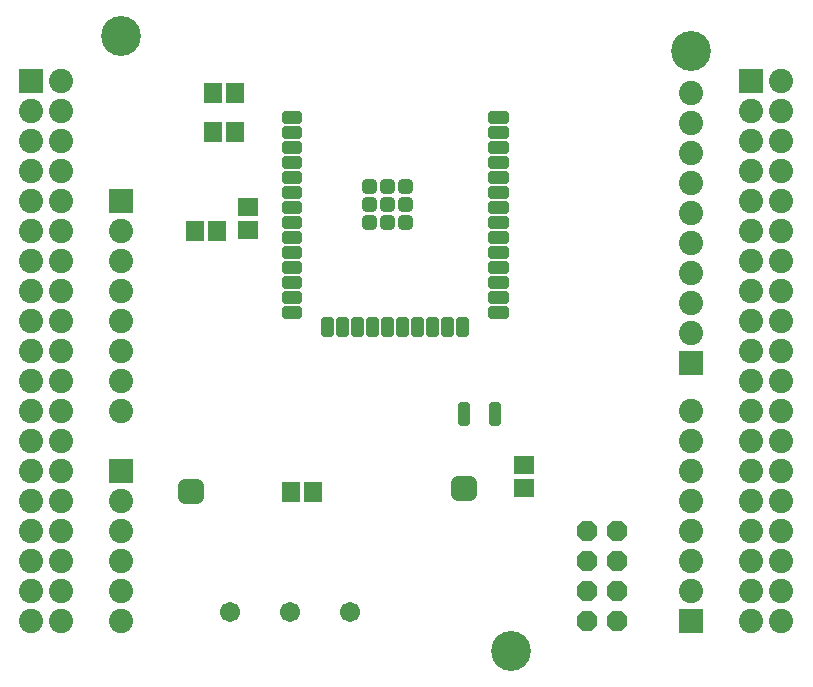
<source format=gts>
G04 EAGLE Gerber RS-274X export*
G75*
%MOMM*%
%FSLAX34Y34*%
%LPD*%
%INSoldermask Top*%
%IPPOS*%
%AMOC8*
5,1,8,0,0,1.08239X$1,22.5*%
G01*
%ADD10R,1.503200X1.703200*%
%ADD11P,1.869504X8X292.500000*%
%ADD12C,0.609600*%
%ADD13R,2.053200X2.053200*%
%ADD14C,2.053200*%
%ADD15C,3.378200*%
%ADD16R,1.703200X1.503200*%
%ADD17C,0.650888*%
%ADD18C,0.726853*%
%ADD19C,1.211759*%
%ADD20C,1.711200*%


D10*
X207620Y467360D03*
X188620Y467360D03*
X207620Y500380D03*
X188620Y500380D03*
X192380Y383540D03*
X173380Y383540D03*
X254660Y162560D03*
X273660Y162560D03*
D11*
X505460Y129540D03*
X530860Y129540D03*
X505460Y104140D03*
X530860Y104140D03*
X505460Y78740D03*
X530860Y78740D03*
X505460Y53340D03*
X530860Y53340D03*
D12*
X424942Y221615D02*
X424942Y235585D01*
X429006Y235585D01*
X429006Y221615D01*
X424942Y221615D01*
X424942Y227406D02*
X429006Y227406D01*
X429006Y233197D02*
X424942Y233197D01*
X399034Y235585D02*
X399034Y221615D01*
X399034Y235585D02*
X403098Y235585D01*
X403098Y221615D01*
X399034Y221615D01*
X399034Y227406D02*
X403098Y227406D01*
X403098Y233197D02*
X399034Y233197D01*
D13*
X111240Y180260D03*
D14*
X111240Y154860D03*
X111240Y129460D03*
X111240Y104060D03*
X111240Y78660D03*
X111240Y53260D03*
D13*
X111240Y408860D03*
D14*
X111240Y383460D03*
X111240Y358060D03*
X111240Y332660D03*
X111240Y307260D03*
X111240Y281860D03*
X111240Y256460D03*
X111240Y231060D03*
D13*
X35040Y510460D03*
D14*
X60440Y510460D03*
X35040Y485060D03*
X60440Y485060D03*
X35040Y459660D03*
X60440Y459660D03*
X35040Y434260D03*
X60440Y434260D03*
X35040Y408860D03*
X60440Y408860D03*
X35040Y383460D03*
X60440Y383460D03*
X35040Y358060D03*
X60440Y358060D03*
X35040Y332660D03*
X60440Y332660D03*
X35040Y307260D03*
X60440Y307260D03*
X35040Y281860D03*
X60440Y281860D03*
X35040Y256460D03*
X60440Y256460D03*
X35040Y231060D03*
X60440Y231060D03*
X35040Y205660D03*
X60440Y205660D03*
X35040Y180260D03*
X60440Y180260D03*
X35040Y154860D03*
X60440Y154860D03*
X35040Y129460D03*
X60440Y129460D03*
X35040Y104060D03*
X60440Y104060D03*
X35040Y78660D03*
X60440Y78660D03*
X35040Y53260D03*
X60440Y53260D03*
D13*
X593840Y271700D03*
D14*
X593840Y297100D03*
X593840Y322500D03*
X593840Y347900D03*
X593840Y373300D03*
X593840Y398700D03*
X593840Y424100D03*
X593840Y449500D03*
X593840Y474900D03*
X593840Y500300D03*
X593840Y104060D03*
X593840Y129460D03*
X593840Y154860D03*
X593840Y180260D03*
X593840Y205660D03*
X593840Y231060D03*
D13*
X593840Y53260D03*
D14*
X593840Y78660D03*
D13*
X644640Y510210D03*
D14*
X670040Y510210D03*
X644640Y484810D03*
X670040Y484810D03*
X644640Y459410D03*
X670040Y459410D03*
X644640Y434010D03*
X670040Y434010D03*
X644640Y408610D03*
X670040Y408610D03*
X644640Y383210D03*
X670040Y383210D03*
X644640Y357810D03*
X670040Y357810D03*
X644640Y332410D03*
X670040Y332410D03*
X644640Y307010D03*
X670040Y307010D03*
X644640Y281610D03*
X670040Y281610D03*
X644640Y256210D03*
X670040Y256210D03*
X644640Y230810D03*
X670040Y230810D03*
X644640Y205410D03*
X670040Y205410D03*
X644640Y180010D03*
X670040Y180010D03*
X644640Y154610D03*
X670040Y154610D03*
X644640Y129210D03*
X670040Y129210D03*
X644640Y103810D03*
X670040Y103810D03*
X644640Y78410D03*
X670040Y78410D03*
X644640Y53010D03*
X670040Y53010D03*
D15*
X593840Y535860D03*
X111240Y548560D03*
X441440Y27860D03*
D16*
X452120Y165760D03*
X452120Y184760D03*
X218440Y384200D03*
X218440Y403200D03*
D17*
X250138Y481582D02*
X260662Y481582D01*
X260662Y477058D01*
X250138Y477058D01*
X250138Y481582D01*
X250138Y468882D02*
X260662Y468882D01*
X260662Y464358D01*
X250138Y464358D01*
X250138Y468882D01*
X250138Y456182D02*
X260662Y456182D01*
X260662Y451658D01*
X250138Y451658D01*
X250138Y456182D01*
X250138Y443482D02*
X260662Y443482D01*
X260662Y438958D01*
X250138Y438958D01*
X250138Y443482D01*
X250138Y430782D02*
X260662Y430782D01*
X260662Y426258D01*
X250138Y426258D01*
X250138Y430782D01*
X250138Y418082D02*
X260662Y418082D01*
X260662Y413558D01*
X250138Y413558D01*
X250138Y418082D01*
X250138Y405382D02*
X260662Y405382D01*
X260662Y400858D01*
X250138Y400858D01*
X250138Y405382D01*
X250138Y392682D02*
X260662Y392682D01*
X260662Y388158D01*
X250138Y388158D01*
X250138Y392682D01*
X250138Y379982D02*
X260662Y379982D01*
X260662Y375458D01*
X250138Y375458D01*
X250138Y379982D01*
X250138Y367282D02*
X260662Y367282D01*
X260662Y362758D01*
X250138Y362758D01*
X250138Y367282D01*
X250138Y354582D02*
X260662Y354582D01*
X260662Y350058D01*
X250138Y350058D01*
X250138Y354582D01*
X250138Y341882D02*
X260662Y341882D01*
X260662Y337358D01*
X250138Y337358D01*
X250138Y341882D01*
X250138Y329182D02*
X260662Y329182D01*
X260662Y324658D01*
X250138Y324658D01*
X250138Y329182D01*
X250138Y316482D02*
X260662Y316482D01*
X260662Y311958D01*
X250138Y311958D01*
X250138Y316482D01*
X425138Y481582D02*
X435662Y481582D01*
X435662Y477058D01*
X425138Y477058D01*
X425138Y481582D01*
X425138Y468882D02*
X435662Y468882D01*
X435662Y464358D01*
X425138Y464358D01*
X425138Y468882D01*
X425138Y456182D02*
X435662Y456182D01*
X435662Y451658D01*
X425138Y451658D01*
X425138Y456182D01*
X425138Y443482D02*
X435662Y443482D01*
X435662Y438958D01*
X425138Y438958D01*
X425138Y443482D01*
X425138Y430782D02*
X435662Y430782D01*
X435662Y426258D01*
X425138Y426258D01*
X425138Y430782D01*
X425138Y418082D02*
X435662Y418082D01*
X435662Y413558D01*
X425138Y413558D01*
X425138Y418082D01*
X425138Y405382D02*
X435662Y405382D01*
X435662Y400858D01*
X425138Y400858D01*
X425138Y405382D01*
X425138Y392682D02*
X435662Y392682D01*
X435662Y388158D01*
X425138Y388158D01*
X425138Y392682D01*
X425138Y379982D02*
X435662Y379982D01*
X435662Y375458D01*
X425138Y375458D01*
X425138Y379982D01*
X425138Y367282D02*
X435662Y367282D01*
X435662Y362758D01*
X425138Y362758D01*
X425138Y367282D01*
X425138Y354582D02*
X435662Y354582D01*
X435662Y350058D01*
X425138Y350058D01*
X425138Y354582D01*
X425138Y341882D02*
X435662Y341882D01*
X435662Y337358D01*
X425138Y337358D01*
X425138Y341882D01*
X425138Y329182D02*
X435662Y329182D01*
X435662Y324658D01*
X425138Y324658D01*
X425138Y329182D01*
X425138Y316482D02*
X435662Y316482D01*
X435662Y311958D01*
X425138Y311958D01*
X425138Y316482D01*
D18*
X338732Y403288D02*
X333468Y403288D01*
X333468Y408552D01*
X338732Y408552D01*
X338732Y403288D01*
D17*
X283538Y306982D02*
X283538Y296458D01*
X283538Y306982D02*
X288062Y306982D01*
X288062Y296458D01*
X283538Y296458D01*
X283538Y302642D02*
X288062Y302642D01*
X296238Y306982D02*
X296238Y296458D01*
X296238Y306982D02*
X300762Y306982D01*
X300762Y296458D01*
X296238Y296458D01*
X296238Y302642D02*
X300762Y302642D01*
X308938Y306982D02*
X308938Y296458D01*
X308938Y306982D02*
X313462Y306982D01*
X313462Y296458D01*
X308938Y296458D01*
X308938Y302642D02*
X313462Y302642D01*
X321638Y306982D02*
X321638Y296458D01*
X321638Y306982D02*
X326162Y306982D01*
X326162Y296458D01*
X321638Y296458D01*
X321638Y302642D02*
X326162Y302642D01*
X334338Y306982D02*
X334338Y296458D01*
X334338Y306982D02*
X338862Y306982D01*
X338862Y296458D01*
X334338Y296458D01*
X334338Y302642D02*
X338862Y302642D01*
X347038Y306982D02*
X347038Y296458D01*
X347038Y306982D02*
X351562Y306982D01*
X351562Y296458D01*
X347038Y296458D01*
X347038Y302642D02*
X351562Y302642D01*
X359738Y306982D02*
X359738Y296458D01*
X359738Y306982D02*
X364262Y306982D01*
X364262Y296458D01*
X359738Y296458D01*
X359738Y302642D02*
X364262Y302642D01*
X372438Y306982D02*
X372438Y296458D01*
X372438Y306982D02*
X376962Y306982D01*
X376962Y296458D01*
X372438Y296458D01*
X372438Y302642D02*
X376962Y302642D01*
X385138Y306982D02*
X385138Y296458D01*
X385138Y306982D02*
X389662Y306982D01*
X389662Y296458D01*
X385138Y296458D01*
X385138Y302642D02*
X389662Y302642D01*
X397838Y306982D02*
X397838Y296458D01*
X397838Y306982D02*
X402362Y306982D01*
X402362Y296458D01*
X397838Y296458D01*
X397838Y302642D02*
X402362Y302642D01*
D18*
X323482Y403288D02*
X318218Y403288D01*
X318218Y408552D01*
X323482Y408552D01*
X323482Y403288D01*
X348718Y403288D02*
X353982Y403288D01*
X348718Y403288D02*
X348718Y408552D01*
X353982Y408552D01*
X353982Y403288D01*
X338732Y418538D02*
X333468Y418538D01*
X333468Y423802D01*
X338732Y423802D01*
X338732Y418538D01*
X323482Y418538D02*
X318218Y418538D01*
X318218Y423802D01*
X323482Y423802D01*
X323482Y418538D01*
X348718Y418538D02*
X353982Y418538D01*
X348718Y418538D02*
X348718Y423802D01*
X353982Y423802D01*
X353982Y418538D01*
X338732Y388038D02*
X333468Y388038D01*
X333468Y393302D01*
X338732Y393302D01*
X338732Y388038D01*
X323482Y388038D02*
X318218Y388038D01*
X318218Y393302D01*
X323482Y393302D01*
X323482Y388038D01*
X348718Y388038D02*
X353982Y388038D01*
X348718Y388038D02*
X348718Y393302D01*
X353982Y393302D01*
X353982Y388038D01*
D19*
X396363Y160143D02*
X406277Y160143D01*
X396363Y160143D02*
X396363Y170057D01*
X406277Y170057D01*
X406277Y160143D01*
X175137Y157603D02*
X165223Y157603D01*
X165223Y167517D01*
X175137Y167517D01*
X175137Y157603D01*
D20*
X304600Y61000D03*
X203000Y61000D03*
X253800Y61000D03*
M02*

</source>
